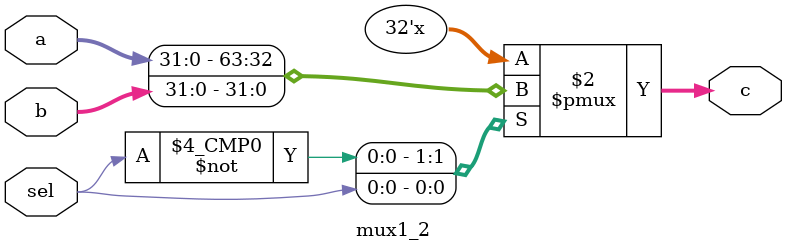
<source format=v>
module mux1_2 (
   sel,a,b,c
 );
   input sel;
   input [31:0]a,b;
   output reg [31:0]c ;

 always @* begin
   case (sel)
      1'b0 : c = a;
      1'b1 : c = b; 
      
   endcase
 end


endmodule

</source>
